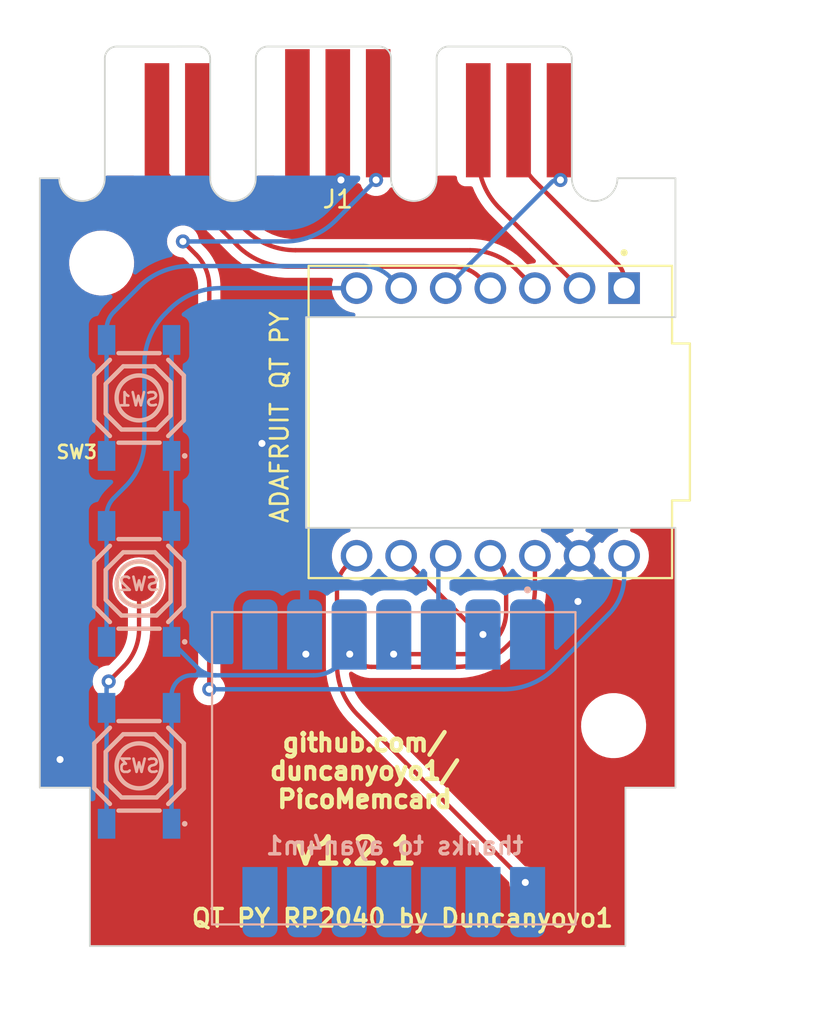
<source format=kicad_pcb>
(kicad_pcb (version 20221018) (generator pcbnew)
  (title_block (title "Adafruit QT Py RP2040 PicoMemcard PCB") (date "2023-08-29") (rev "1.0") (company "Duncanyoyo1") (comment 1 "Changed RP2040-Zero to Adafruit QT Py RP2040") (comment 2 "Changed MicroSD footprint for QT Py BFF MicroSD Backpack"))
  (layers (0 "F.Cu" signal) (31 "B.Cu" signal) (34 "B.Paste" user) (35 "F.Paste" user) (36 "B.SilkS" user "B.Silkscreen") (37 "F.SilkS" user "F.Silkscreen") (38 "B.Mask" user) (39 "F.Mask" user) (44 "Edge.Cuts" user))
  (net 0 "")
  (net 1 "DAT")
  (net 2 "CMD")
  (net 4 "GND")
  (net 5 "SEL")
  (net 6 "CLK")
  (net 7 "ACK")
  (net 8 "GP26")
  (net 9 "GP27")
  (net 10 "GP28")
  (net 11 "MISO")
  (net 12 "+5V")
  (net 13 "CS")
  (net 14 "SCK")
  (net 15 "MOSI")
  (net 16 "+3V3")
  (footprint "MountingHole:MountingHole_3.2mm_M3" (layer "F.Cu") (at 163.53 102.07)
    (fp_text reference "H2" hide)
    (fp_text value "M3")
    (pad "" np_thru_hole circle (at 0 0) (size 3.2 3.2) (drill 3.2) (layers "*.Cu" "*.Mask"))
  )
  (footprint "TestPoint:TestPoint_Pad_D2.0mm" (layer "F.Cu") (at 136.5 94)
    (fp_text reference "TP1" hide)
    (fp_text value "GP23")
    (fp_circle (center 0 0) (end 0 1.2) (stroke (width 0.12)) (fill none) (layer "F.SilkS"))
    (pad "1" smd circle (at 0 0) (size 2 2) (layers "F.Cu" "F.Mask") (net 10 "GP28"))
  )
  (footprint "MountingHole:MountingHole_3.2mm_M3" (layer "F.Cu") (at 134.37 75.73)
    (fp_text reference "H1" hide)
    (fp_text value "M3")
    (pad "" np_thru_hole circle (at 0 0) (size 3.2 3.2) (drill 3.2) (layers "*.Cu" "*.Mask"))
  )
  (footprint "254:MemoryCardConnector" (layer "F.Cu") (at 147.82 67.2)
    (fp_text reference "J1" (at 0 4.9) (layer "F.SilkS"))
    (fp_text value "PSX Memory Card Interface")
    (pad "1" smd rect (at -10.3 0.4) (size 1.4 6.5) (layers "F.Cu" "F.Paste" "F.Mask") (net 1 "DAT"))
    (pad "2" smd rect (at -8 0.4) (size 1.4 6.5) (layers "F.Cu" "F.Paste" "F.Mask") (net 2 "CMD"))
    (pad "3" smd rect (at -2.3 0) (size 1.4 7.3) (layers "F.Cu" "F.Paste" "F.Mask"))
    (pad "4" smd rect (at 0 0) (size 1.4 7.3) (layers "F.Cu" "F.Paste" "F.Mask") (net 4 "GND"))
    (pad "5" smd rect (at 2.3 0) (size 1.4 7.3) (layers "F.Cu" "F.Paste" "F.Mask") (net 12 "+5V"))
    (pad "6" smd rect (at 8 0.4) (size 1.4 6.5) (layers "F.Cu" "F.Paste" "F.Mask") (net 5 "SEL"))
    (pad "7" smd rect (at 10.3 0.4) (size 1.4 6.5) (layers "F.Cu" "F.Paste" "F.Mask") (net 6 "CLK"))
    (pad "8" smd rect (at 12.6 0.4) (size 1.4 6.5) (layers "F.Cu" "F.Paste" "F.Mask") (net 7 "ACK"))
  )
  (footprint "QTPY:MODULE_ADAFRUIT_QT_PY" (layer "F.Cu") (at 156.509 84.7792 -90)
    (fp_text reference "U2" hide)
    (fp_text value "ADAFRUIT QT PY" (at -0.2792 12.009 90) (layer "F.SilkS"))
    (fp_line (start -8.89 -10.3505) (end -8.89 10.3505) (stroke (width 0.127)) (layer "F.SilkS"))
    (fp_line (start -8.89 10.3505) (end 8.89 10.3505) (stroke (width 0.127)) (layer "F.SilkS"))
    (fp_line (start -4.47 -11.3665) (end 4.47 -11.3665) (stroke (width 0.127)) (layer "F.SilkS"))
    (fp_line (start -4.47 -10.3505) (end -8.89 -10.3505) (stroke (width 0.127)) (layer "F.SilkS"))
    (fp_line (start -4.47 -10.3505) (end -4.47 -11.3665) (stroke (width 0.127)) (layer "F.SilkS"))
    (fp_line (start 4.47 -11.3665) (end 4.47 -10.3505) (stroke (width 0.127)) (layer "F.SilkS"))
    (fp_line (start 8.89 -10.3505) (end 4.47 -10.3505) (stroke (width 0.127)) (layer "F.SilkS"))
    (fp_line (start 8.89 10.3505) (end 8.89 -10.3505) (stroke (width 0.127)) (layer "F.SilkS"))
    (fp_circle (center -9.64 -7.62) (end -9.54 -7.62) (stroke (width 0.2)) (fill none) (layer "F.SilkS"))
    (pad "1" thru_hole rect (at -7.62 -7.62 270) (size 1.8 1.8) (drill 1.2) (layers "*.Cu" "*.Mask") (net 6 "CLK"))
    (pad "2" thru_hole circle (at -7.62 -5.08 270) (size 1.8 1.8) (drill 1.2) (layers "*.Cu" "*.Mask") (net 5 "SEL"))
    (pad "3" thru_hole circle (at -7.62 -2.54 270) (size 1.8 1.8) (drill 1.2) (layers "*.Cu" "*.Mask") (net 2 "CMD"))
    (pad "4" thru_hole circle (at -7.62 0 270) (size 1.8 1.8) (drill 1.2) (layers "*.Cu" "*.Mask") (net 1 "DAT"))
    (pad "5" thru_hole circle (at -7.62 2.54 270) (size 1.8 1.8) (drill 1.2) (layers "*.Cu" "*.Mask") (net 7 "ACK"))
    (pad "6" thru_hole circle (at -7.62 5.08 270) (size 1.8 1.8) (drill 1.2) (layers "*.Cu" "*.Mask") (net 8 "GP26"))
    (pad "7" thru_hole circle (at -7.62 7.62 270) (size 1.8 1.8) (drill 1.2) (layers "*.Cu" "*.Mask") (net 9 "GP27"))
    (pad "8" thru_hole circle (at 7.62 7.62 270) (size 1.8 1.8) (drill 1.2) (layers "*.Cu" "*.Mask") (net 13 "CS"))
    (pad "9" thru_hole circle (at 7.62 5.08 270) (size 1.8 1.8) (drill 1.2) (layers "*.Cu" "*.Mask") (net 14 "SCK"))
    (pad "10" thru_hole circle (at 7.62 2.54 270) (size 1.8 1.8) (drill 1.2) (layers "*.Cu" "*.Mask") (net 11 "MISO"))
    (pad "11" thru_hole circle (at 7.62 0 270) (size 1.8 1.8) (drill 1.2) (layers "*.Cu" "*.Mask") (net 15 "MOSI"))
    (pad "12" thru_hole circle (at 7.62 -2.54 270) (size 1.8 1.8) (drill 1.2) (layers "*.Cu" "*.Mask") (net 16 "+3V3"))
    (pad "13" thru_hole circle (at 7.62 -5.08 270) (size 1.8 1.8) (drill 1.2) (layers "*.Cu" "*.Mask") (net 4 "GND"))
    (pad "14" thru_hole circle (at 7.62 -7.62 270) (size 1.8 1.8) (drill 1.2) (layers "*.Cu" "*.Mask") (net 12 "+5V"))
  )
  (footprint "easyeda2kicad:SW-SMD_4P-L5.1-W5.1-P3.70-LS6.5-TL-2" (layer "B.Cu") (at 136.5 104.36 90)
    (fp_text reference "SW3" (at 0 0) (layer "B.SilkS") (effects (font (size 0.75 0.75)) (justify mirror)))
    (fp_text value "TS-1187A-B-A-B" hide)
    (fp_line (start -2.55 1.17) (end -2.55 -1.17) (stroke (width 0.25)) (layer "B.SilkS"))
    (fp_line (start -2.17 -1.66) (end -1.28 -2.55) (stroke (width 0.25)) (layer "B.SilkS"))
    (fp_line (start -1.8 -1) (end -1.8 1) (stroke (width 0.25)) (layer "B.SilkS"))
    (fp_line (start -1.8 1) (end -1 1.8) (stroke (width 0.25)) (layer "B.SilkS"))
    (fp_line (start -1.28 -2.55) (end 1.28 -2.55) (stroke (width 0.25)) (layer "B.SilkS"))
    (fp_line (start -1.28 2.55) (end -2.17 1.66) (stroke (width 0.25)) (layer "B.SilkS"))
    (fp_line (start -1.28 2.55) (end 1.28 2.55) (stroke (width 0.25)) (layer "B.SilkS"))
    (fp_line (start -1 1.8) (end 0.9 1.8) (stroke (width 0.25)) (layer "B.SilkS"))
    (fp_line (start -0.9 -1.9) (end -1.8 -1) (stroke (width 0.25)) (layer "B.SilkS"))
    (fp_line (start 0.8 -1.9) (end -0.9 -1.9) (stroke (width 0.25)) (layer "B.SilkS"))
    (fp_line (start 0.9 1.8) (end 1.8 0.9) (stroke (width 0.25)) (layer "B.SilkS"))
    (fp_line (start 1.28 2.55) (end 2.17 1.66) (stroke (width 0.25)) (layer "B.SilkS"))
    (fp_line (start 1.8 -0.9) (end 0.8 -1.9) (stroke (width 0.25)) (layer "B.SilkS"))
    (fp_line (start 1.8 0.9) (end 1.8 -0.9) (stroke (width 0.25)) (layer "B.SilkS"))
    (fp_line (start 2.17 -1.66) (end 1.28 -2.55) (stroke (width 0.25)) (layer "B.SilkS"))
    (fp_line (start 2.55 1.17) (end 2.55 -1.17) (stroke (width 0.25)) (layer "B.SilkS"))
    (fp_circle (center -3.3 2.6) (end -3.2 2.6) (stroke (width 0.12)) (fill solid) (layer "B.SilkS"))
    (fp_circle (center 0 0) (end 1.28 0) (stroke (width 0.25)) (fill none) (layer "B.SilkS"))
    (pad "1" smd rect (at -3.3 1.85 90) (size 1.7 1) (layers "B.Cu" "B.Paste" "B.Mask") (net 16 "+3V3"))
    (pad "2" smd rect (at 3.3 1.85 90) (size 1.7 1) (layers "B.Cu" "B.Paste" "B.Mask") (net 16 "+3V3"))
    (pad "3" smd rect (at -3.3 -1.85 90) (size 1.7 1) (layers "B.Cu" "B.Paste" "B.Mask") (net 10 "GP28"))
    (pad "4" smd rect (at 3.3 -1.85 90) (size 1.7 1) (layers "B.Cu" "B.Paste" "B.Mask") (net 10 "GP28"))
  )
  (footprint "easyeda2kicad:SW-SMD_4P-L5.1-W5.1-P3.70-LS6.5-TL-2" (layer "B.Cu") (at 136.5 83.41 90)
    (fp_text reference "SW1" (at -0.08 -0.04) (layer "B.SilkS") (effects (font (size 0.75 0.75)) (justify mirror)))
    (fp_text value "TS-1187A-B-A-B" hide)
    (fp_line (start -2.55 1.17) (end -2.55 -1.17) (stroke (width 0.25)) (layer "B.SilkS"))
    (fp_line (start -2.17 -1.66) (end -1.28 -2.55) (stroke (width 0.25)) (layer "B.SilkS"))
    (fp_line (start -1.8 -1) (end -1.8 1) (stroke (width 0.25)) (layer "B.SilkS"))
    (fp_line (start -1.8 1) (end -1 1.8) (stroke (width 0.25)) (layer "B.SilkS"))
    (fp_line (start -1.28 -2.55) (end 1.28 -2.55) (stroke (width 0.25)) (layer "B.SilkS"))
    (fp_line (start -1.28 2.55) (end -2.17 1.66) (stroke (width 0.25)) (layer "B.SilkS"))
    (fp_line (start -1.28 2.55) (end 1.28 2.55) (stroke (width 0.25)) (layer "B.SilkS"))
    (fp_line (start -1 1.8) (end 0.9 1.8) (stroke (width 0.25)) (layer "B.SilkS"))
    (fp_line (start -0.9 -1.9) (end -1.8 -1) (stroke (width 0.25)) (layer "B.SilkS"))
    (fp_line (start 0.8 -1.9) (end -0.9 -1.9) (stroke (width 0.25)) (layer "B.SilkS"))
    (fp_line (start 0.9 1.8) (end 1.8 0.9) (stroke (width 0.25)) (layer "B.SilkS"))
    (fp_line (start 1.28 2.55) (end 2.17 1.66) (stroke (width 0.25)) (layer "B.SilkS"))
    (fp_line (start 1.8 -0.9) (end 0.8 -1.9) (stroke (width 0.25)) (layer "B.SilkS"))
    (fp_line (start 1.8 0.9) (end 1.8 -0.9) (stroke (width 0.25)) (layer "B.SilkS"))
    (fp_line (start 2.17 -1.66) (end 1.28 -2.55) (stroke (width 0.25)) (layer "B.SilkS"))
    (fp_line (start 2.55 1.17) (end 2.55 -1.17) (stroke (width 0.25)) (layer "B.SilkS"))
    (fp_circle (center -3.3 2.6) (end -3.2 2.6) (stroke (width 0.12)) (fill solid) (layer "B.SilkS"))
    (fp_circle (center 0 0) (end 1.28 0) (stroke (width 0.25)) (fill none) (layer "B.SilkS"))
    (pad "1" smd rect (at -3.3 1.85 90) (size 1.7 1) (layers "B.Cu" "B.Paste" "B.Mask") (net 16 "+3V3"))
    (pad "2" smd rect (at 3.3 1.85 90) (size 1.7 1) (layers "B.Cu" "B.Paste" "B.Mask") (net 16 "+3V3"))
    (pad "3" smd rect (at -3.3 -1.85 90) (size 1.7 1) (layers "B.Cu" "B.Paste" "B.Mask") (net 8 "GP26"))
    (pad "4" smd rect (at 3.3 -1.85 90) (size 1.7 1) (layers "B.Cu" "B.Paste" "B.Mask") (net 8 "GP26"))
  )
  (footprint "easyeda2kicad:SW-SMD_4P-L5.1-W5.1-P3.70-LS6.5-TL-2" (layer "B.Cu") (at 136.5 94 90)
    (fp_text reference "SW2" (at 0 0) (layer "B.SilkS") (effects (font (size 0.75 0.75)) (justify mirror)))
    (fp_text value "TS-1187A-B-A-B" hide)
    (fp_line (start -2.55 1.17) (end -2.55 -1.17) (stroke (width 0.25)) (layer "B.SilkS"))
    (fp_line (start -2.17 -1.66) (end -1.28 -2.55) (stroke (width 0.25)) (layer "B.SilkS"))
    (fp_line (start -1.8 -1) (end -1.8 1) (stroke (width 0.25)) (layer "B.SilkS"))
    (fp_line (start -1.8 1) (end -1 1.8) (stroke (width 0.25)) (layer "B.SilkS"))
    (fp_line (start -1.28 -2.55) (end 1.28 -2.55) (stroke (width 0.25)) (layer "B.SilkS"))
    (fp_line (start -1.28 2.55) (end -2.17 1.66) (stroke (width 0.25)) (layer "B.SilkS"))
    (fp_line (start -1.28 2.55) (end 1.28 2.55) (stroke (width 0.25)) (layer "B.SilkS"))
    (fp_line (start -1 1.8) (end 0.9 1.8) (stroke (width 0.25)) (layer "B.SilkS"))
    (fp_line (start -0.9 -1.9) (end -1.8 -1) (stroke (width 0.25)) (layer "B.SilkS"))
    (fp_line (start 0.8 -1.9) (end -0.9 -1.9) (stroke (width 0.25)) (layer "B.SilkS"))
    (fp_line (start 0.9 1.8) (end 1.8 0.9) (stroke (width 0.25)) (layer "B.SilkS"))
    (fp_line (start 1.28 2.55) (end 2.17 1.66) (stroke (width 0.25)) (layer "B.SilkS"))
    (fp_line (start 1.8 -0.9) (end 0.8 -1.9) (stroke (width 0.25)) (layer "B.SilkS"))
    (fp_line (start 1.8 0.9) (end 1.8 -0.9) (stroke (width 0.25)) (layer "B.SilkS"))
    (fp_line (start 2.17 -1.66) (end 1.28 -2.55) (stroke (width 0.25)) (layer "B.SilkS"))
    (fp_line (start 2.55 1.17) (end 2.55 -1.17) (stroke (width 0.25)) (layer "B.SilkS"))
    (fp_circle (center -3.3 2.6) (end -3.2 2.6) (stroke (width 0.12)) (fill solid) (layer "B.SilkS"))
    (fp_circle (center 0 0) (end 1.28 0) (stroke (width 0.25)) (fill none) (layer "B.SilkS"))
    (pad "1" smd rect (at -3.3 1.85 90) (size 1.7 1) (layers "B.Cu" "B.Paste" "B.Mask") (net 16 "+3V3"))
    (pad "2" smd rect (at 3.3 1.85 90) (size 1.7 1) (layers "B.Cu" "B.Paste" "B.Mask") (net 16 "+3V3"))
    (pad "3" smd rect (at -3.3 -1.85 90) (size 1.7 1) (layers "B.Cu" "B.Paste" "B.Mask") (net 9 "GP27"))
    (pad "4" smd rect (at 3.3 -1.85 90) (size 1.7 1) (layers "B.Cu" "B.Paste" "B.Mask") (net 9 "GP27"))
  )
  (footprint "KiCad Folder:MODULE_ADAFRUIT_QT_PY_BFF" (layer "B.Cu") (at 151.008 104.5 -90)
    (fp_text reference "U1" hide)
    (fp_text value "QT PY SD BFF")
    (fp_line (start -8.89 -10.3505) (end 8.89 -10.3505) (stroke (width 0.127)) (layer "B.SilkS"))
    (fp_line (start -8.89 10.3505) (end -8.89 -10.3505) (stroke (width 0.127)) (layer "B.SilkS"))
    (fp_line (start 8.89 -10.3505) (end 8.89 10.3505) (stroke (width 0.127)) (layer "B.SilkS"))
    (fp_line (start 8.89 10.3505) (end -8.89 10.3505) (stroke (width 0.127)) (layer "B.SilkS"))
    (fp_circle (center -10.16 -7.62) (end -10.06 -7.62) (stroke (width 0.2)) (fill none) (layer "B.SilkS"))
    (pad "1" smd roundrect (at -7.62 -7.62 270) (size 4 2) (layers "B.Cu" "B.Paste" "B.Mask") (chamfer_ratio 0) (chamfer top_right bottom_right))
    (pad "2" smd roundrect (at -7.62 -5.08 270) (size 4 2) (layers "B.Cu" "B.Paste" "B.Mask") (chamfer_ratio 0) (chamfer top_right bottom_right) (net 14 "SCK"))
    (pad "3" smd roundrect (at -7.62 -2.54 270) (size 4 2) (layers "B.Cu" "B.Paste" "B.Mask") (chamfer_ratio 0) (chamfer top_right bottom_right) (net 11 "MISO"))
    (pad "4" smd roundrect (at -7.62 0 270) (size 4 2) (layers "B.Cu" "B.Paste" "B.Mask") (chamfer_ratio 0) (chamfer top_right bottom_right) (net 15 "MOSI"))
    (pad "5" smd roundrect (at -7.62 2.54 270) (size 4 2) (layers "B.Cu" "B.Paste" "B.Mask") (chamfer_ratio 0) (chamfer top_right bottom_right) (net 16 "+3V3"))
    (pad "6" smd roundrect (at -7.62 5.08 270) (size 4 2) (layers "B.Cu" "B.Paste" "B.Mask") (chamfer_ratio 0) (chamfer top_right bottom_right) (net 4 "GND"))
    (pad "7" smd roundrect (at -7.62 7.62 270) (size 4 2) (layers "B.Cu" "B.Paste" "B.Mask") (chamfer_ratio 0) (chamfer top_right bottom_right))
    (pad "8" smd roundrect (at 7.62 7.62 270) (size 4 2) (layers "B.Cu" "B.Paste" "B.Mask") (chamfer_ratio 0) (chamfer top_left bottom_left))
    (pad "9" smd roundrect (at 7.62 5.08 270) (size 4 2) (layers "B.Cu" "B.Paste" "B.Mask") (chamfer_ratio 0) (chamfer top_left bottom_left))
    (pad "10" smd roundrect (at 7.62 2.54 270) (size 4 2) (layers "B.Cu" "B.Paste" "B.Mask") (chamfer_ratio 0) (chamfer top_left bottom_left))
    (pad "11" smd roundrect (at 7.62 0 270) (size 4 2) (layers "B.Cu" "B.Paste" "B.Mask") (chamfer_ratio 0) (chamfer top_left bottom_left))
    (pad "12" smd roundrect (at 7.62 -2.54 270) (size 4 2) (layers "B.Cu" "B.Paste" "B.Mask") (chamfer_ratio 0) (chamfer top_left bottom_left))
    (pad "13" smd roundrect (at 7.62 -5.08 270) (size 4 2) (layers "B.Cu" "B.Paste" "B.Mask") (chamfer_ratio 0) (chamfer top_left bottom_left))
    (pad "14" smd roundrect (at 7.62 -7.62 270) (size 4 2) (layers "B.Cu" "B.Paste" "B.Mask") (chamfer_ratio 0) (chamfer top_left bottom_left) (net 13 "CS"))
  )
  (gr_arc (start 139.850725 63.399987) (mid 140.351367 63.599673) (end 140.550318 64.100622) (stroke (width 0.1)) (layer "Edge.Cuts"))
  (gr_line (start 130.85 70.9) (end 131.95 70.9) (stroke (width 0.1)) (layer "Edge.Cuts"))
  (gr_arc (start 150.150725 63.399987) (mid 150.653777 63.597295) (end 150.850318 64.100622) (stroke (width 0.1)) (layer "Edge.Cuts"))
  (gr_arc (start 143.150318 70.900622) (mid 141.850318 72.200622) (end 140.550318 70.900622) (stroke (width 0.1)) (layer "Edge.Cuts"))
  (gr_line (start 167.05 70.899784) (end 167.05 78.81) (stroke (width 0.1)) (layer "Edge.Cuts"))
  (gr_line (start 140.550318 64.100622) (end 140.550318 70.900622) (stroke (width 0.1)) (layer "Edge.Cuts"))
  (gr_arc (start 153.450318 70.900622) (mid 152.150318 72.200622) (end 150.850318 70.900622) (stroke (width 0.1)) (layer "Edge.Cuts"))
  (gr_line (start 150.850318 64.100622) (end 150.850318 70.900622) (stroke (width 0.1)) (layer "Edge.Cuts"))
  (gr_arc (start 163.750318 70.899784) (mid 162.450719 72.200218) (end 161.150318 70.900622) (stroke (width 0.1)) (layer "Edge.Cuts"))
  (gr_line (start 133.7 105.6) (end 133.7 114.62) (stroke (width 0.1)) (layer "Edge.Cuts"))
  (gr_arc (start 134.550318 70.899553) (mid 133.250424 72.200118) (end 131.95 70.9) (stroke (width 0.1)) (layer "Edge.Cuts"))
  (gr_line (start 167.05 90.81) (end 146.01 90.81) (stroke (width 0.1)) (layer "Edge.Cuts"))
  (gr_line (start 134.550318 70.899553) (end 134.550318 64.100216) (stroke (width 0.1)) (layer "Edge.Cuts"))
  (gr_line (start 167.05 78.81) (end 146.01 78.81) (stroke (width 0.1)) (layer "Edge.Cuts"))
  (gr_line (start 163.750318 70.899784) (end 167.05 70.899784) (stroke (width 0.1)) (layer "Edge.Cuts"))
  (gr_line (start 161.150318 64.100622) (end 161.150318 70.900622) (stroke (width 0.1)) (layer "Edge.Cuts"))
  (gr_arc (start 153.449683 64.100216) (mid 153.647012 63.597203) (end 154.150318 63.400622) (stroke (width 0.1)) (layer "Edge.Cuts"))
  (gr_line (start 143.150318 70.900622) (end 143.149683 64.100216) (stroke (width 0.1)) (layer "Edge.Cuts"))
  (gr_line (start 146.01 90.81) (end 146.01 78.81) (stroke (width 0.1)) (layer "Edge.Cuts"))
  (gr_arc (start 143.149683 64.100216) (mid 143.349354 63.599545) (end 143.850318 63.400622) (stroke (width 0.1)) (layer "Edge.Cuts"))
  (gr_arc (start 134.550318 64.100216) (mid 134.749579 63.599595) (end 135.250318 63.400622) (stroke (width 0.1)) (layer "Edge.Cuts"))
  (gr_line (start 167.05 105.6) (end 164.2 105.6) (stroke (width 0.1)) (layer "Edge.Cuts"))
  (gr_line (start 135.250318 63.400622) (end 139.850725 63.399987) (stroke (width 0.1)) (layer "Edge.Cuts"))
  (gr_line (start 154.150318 63.400622) (end 160.450725 63.399987) (stroke (width 0.1)) (layer "Edge.Cuts"))
  (gr_line (start 164.2 114.62) (end 164.2 105.6) (stroke (width 0.1)) (layer "Edge.Cuts"))
  (gr_line (start 167.05 105.6) (end 167.05 90.81) (stroke (width 0.1)) (layer "Edge.Cuts"))
  (gr_line (start 130.85 105.6) (end 130.85 70.9) (stroke (width 0.1)) (layer "Edge.Cuts"))
  (gr_arc (start 160.450725 63.399987) (mid 160.953777 63.597295) (end 161.150318 64.100622) (stroke (width 0.1)) (layer "Edge.Cuts"))
  (gr_line (start 130.85 105.6) (end 133.7 105.6) (stroke (width 0.1)) (layer "Edge.Cuts"))
  (gr_line (start 153.450318 70.900622) (end 153.449683 64.100216) (stroke (width 0.1)) (layer "Edge.Cuts"))
  (gr_line (start 143.850318 63.400622) (end 150.150725 63.399987) (stroke (width 0.1)) (layer "Edge.Cuts"))
  (gr_line (start 164.2 114.62) (end 133.7 114.62) (stroke (width 0.1)) (layer "Edge.Cuts"))
  (gr_text "thanks to ayan4m1" (at 158.5 109.5) (layer "B.SilkS") (effects (font (size 1 1) (thickness 0.2)) (justify left bottom mirror)))
  (gr_text "github.com/\nduncanyoyo1/\nPicoMemcard" (at 149.352 104.648) (layer "F.SilkS") (effects (font (size 1 1) (thickness 0.25))))
  (gr_text "v1.2.1" (at 148.844 109.22) (layer "F.SilkS") (effects (font (size 1.5 1.5) (thickness 0.3))))
  (gr_text "SW3" (at 131.707143 86.931448) (layer "F.SilkS") (effects (font (size 0.75 0.75) (thickness 0.15) bold) (justify left bottom)))
  (gr_text "QT PY RP2040 by Duncanyoyo1" (at 151.5 113.03) (layer "F.SilkS") (effects (font (size 1 1) (thickness 0.2))))
  (segment (start 138.421545 71.051576) (end 142.108678 74.738836) (width 0.25) (layer "F.Cu") (net 1))
  (segment (start 155.8965 76.5467) (end 156.509 77.1592) (width 0.25) (layer "F.Cu") (net 1))
  (segment (start 154.417794 75.9342) (end 144.994469 75.9342) (width 0.25) (layer "F.Cu") (net 1))
  (segment (start 137.52 68.875) (end 137.52 67.6) (width 0.25) (layer "F.Cu") (net 1))
  (arc (start 142.108678 74.738836) (mid 143.432684 75.623534) (end 144.994469 75.9342) (width 0.25) (layer "F.Cu") (net 1))
  (arc (start 155.8965 76.5467) (mid 155.218063 76.093383) (end 154.417794 75.9342) (width 0.25) (layer "F.Cu") (net 1))
  (arc (start 137.52 68.875) (mid 137.754303 70.05295) (end 138.421545 71.051576) (width 0.25) (layer "F.Cu") (net 1))
  (segment (start 145.410472 75) (end 155.363285 75) (width 0.25) (layer "F.Cu") (net 2))
  (segment (start 157.9695 76.0796) (end 159.049 77.1592) (width 0.25) (layer "F.Cu") (net 2))
  (segment (start 139.82 69.409527) (end 139.82 67.6) (width 0.25) (layer "F.Cu") (net 2))
  (segment (start 141.015344 72.295344) (end 142.524655 73.804655) (width 0.25) (layer "F.Cu") (net 2))
  (arc (start 142.524655 73.804655) (mid 143.848679 74.689339) (end 145.410472 75) (width 0.25) (layer "F.Cu") (net 2))
  (arc (start 139.82 69.409527) (mid 140.130659 70.97132) (end 141.015344 72.295344) (width 0.25) (layer "F.Cu") (net 2))
  (arc (start 157.9695 76.0796) (mid 156.773772 75.28058) (end 155.363285 75) (width 0.25) (layer "F.Cu") (net 2))
  (segment (start 148 71) (end 147.91 70.91) (width 0.25) (layer "F.Cu") (net 4))
  (segment (start 147.82 70.69272) (end 147.82 67.2) (width 0.25) (layer "F.Cu") (net 4))
  (via (at 161.5 95) (size 0.8) (drill 0.4) (layers "F.Cu" "B.Cu") (net 4))
  (via (at 132 104) (size 0.8) (drill 0.4) (layers "F.Cu" "B.Cu") (net 4))
  (via (at 148 71) (size 0.8) (drill 0.4) (layers "F.Cu" "B.Cu") (net 4))
  (via (at 146 98) (size 0.8) (drill 0.4) (layers "F.Cu" "B.Cu") (net 4))
  (via (at 143.5 86) (size 0.8) (drill 0.4) (layers "F.Cu" "B.Cu") (net 4))
  (arc (start 147.82 70.69272) (mid 147.84339 70.810311) (end 147.91 70.91) (width 0.25) (layer "F.Cu") (net 4))
  (segment (start 155.82 69.699727) (end 155.82 67.6) (width 0.25) (layer "F.Cu") (net 5))
  (segment (start 157.015344 72.585544) (end 161.589 77.1592) (width 0.25) (layer "F.Cu") (net 5))
  (arc (start 155.82 69.699727) (mid 156.130659 71.26152) (end 157.015344 72.585544) (width 0.25) (layer "F.Cu") (net 5))
  (segment (start 163.775375 75.805375) (end 159.021561 71.051561) (width 0.25) (layer "F.Cu") (net 6))
  (segment (start 164.129 76.6591) (end 164.129 77.1592) (width 0.25) (layer "F.Cu") (net 6))
  (segment (start 158.12 68.875) (end 158.12 67.6) (width 0.25) (layer "F.Cu") (net 6))
  (arc (start 163.775375 75.805375) (mid 164.037095 76.197067) (end 164.129 76.6591) (width 0.25) (layer "F.Cu") (net 6))
  (arc (start 158.12 68.875) (mid 158.354308 70.052946) (end 159.021561 71.051561) (width 0.25) (layer "F.Cu") (net 6))
  (segment (start 160.5 67.736568) (end 160.5 71) (width 0.25) (layer "F.Cu") (net 7))
  (segment (start 160.46 67.64) (end 160.42 67.6) (width 0.25) (layer "F.Cu") (net 7))
  (via (at 160.5 71) (size 0.8) (drill 0.4) (layers "F.Cu" "B.Cu") (net 7))
  (arc (start 160.46 67.64) (mid 160.489604 67.684305) (end 160.5 67.736568) (width 0.25) (layer "F.Cu") (net 7))
  (segment (start 160.314 71) (end 160.5 71) (width 0.25) (layer "B.Cu") (net 7))
  (segment (start 159.99648 71.131523) (end 153.969 77.1592) (width 0.25) (layer "B.Cu") (net 7))
  (arc (start 160.314 71) (mid 160.142158 71.034181) (end 159.99648 71.131523) (width 0.25) (layer "B.Cu") (net 7))
  (segment (start 134.65 80.11) (end 134.65 86.71) (width 0.25) (layer "B.Cu") (net 8))
  (segment (start 134.65 79.52155) (end 134.65 80.11) (width 0.25) (layer "B.Cu") (net 8))
  (segment (start 149.283166 75.9022) (end 139.371475 75.9022) (width 0.25) (layer "B.Cu") (net 8))
  (segment (start 150.8005 76.5307) (end 151.429 77.1592) (width 0.25) (layer "B.Cu") (net 8))
  (segment (start 136.485633 77.097526) (end 135.066103 78.517009) (width 0.25) (layer "B.Cu") (net 8))
  (arc (start 135.066103 78.517009) (mid 134.758141 78.977894) (end 134.65 79.52155) (width 0.25) (layer "B.Cu") (net 8))
  (arc (start 139.371475 75.9022) (mid 137.809674 76.212854) (end 136.485633 77.097526) (width 0.25) (layer "B.Cu") (net 8))
  (arc (start 150.8005 76.5307) (mid 150.104341 76.065541) (end 149.283166 75.9022) (width 0.25) (layer "B.Cu") (net 8))
  (segment (start 134.65 90.11155) (end 134.65 91.28845) (width 0.25) (layer "B.Cu") (net 9))
  (segment (start 141.134466 77.1592) (end 148.889 77.1592) (width 0.25) (layer "B.Cu") (net 9))
  (segment (start 137.999303 78.604005) (end 138.248705 78.354585) (width 0.25) (layer "B.Cu") (net 9))
  (segment (start 135.726999 88.446049) (end 135.066087 89.106993) (width 0.25) (layer "B.Cu") (net 9))
  (segment (start 136.804 85.845856) (end 136.804 81.489878) (width 0.25) (layer "B.Cu") (net 9))
  (segment (start 134.65 91.28845) (end 134.65 97.3) (width 0.25) (layer "B.Cu") (net 9))
  (arc (start 135.066087 89.106993) (mid 134.758137 89.56789) (end 134.65 90.11155) (width 0.25) (layer "B.Cu") (net 9))
  (arc (start 136.804 85.845856) (mid 136.524097 87.253063) (end 135.726999 88.446049) (width 0.25) (layer "B.Cu") (net 9))
  (arc (start 137.999303 78.604005) (mid 137.114647 79.928067) (end 136.804 81.489878) (width 0.25) (layer "B.Cu") (net 9))
  (arc (start 141.134466 77.1592) (mid 139.572691 77.469871) (end 138.248705 78.354585) (width 0.25) (layer "B.Cu") (net 9))
  (segment (start 134.77 99.5542) (end 135.635 98.6892) (width 0.25) (layer "F.Cu") (net 10))
  (segment (start 136.5 96.600905) (end 136.5 94) (width 0.25) (layer "F.Cu") (net 10))
  (via (at 134.77 99.5542) (size 0.8) (drill 0.4) (layers "F.Cu" "B.Cu") (net 10))
  (arc (start 136.5 96.600905) (mid 136.275193 97.731082) (end 135.635 98.6892) (width 0.25) (layer "F.Cu") (net 10))
  (segment (start 134.77 99.678247) (end 134.77 99.5542) (width 0.25) (layer "B.Cu") (net 10))
  (segment (start 134.65 101.06) (end 134.65 99.967952) (width 0.25) (layer "B.Cu") (net 10))
  (segment (start 134.65 101.06) (end 134.65 107.66) (width 0.25) (layer "B.Cu") (net 10))
  (arc (start 134.71 99.8231) (mid 134.665593 99.889558) (end 134.65 99.967952) (width 0.25) (layer "B.Cu") (net 10))
  (arc (start 134.77 99.678247) (mid 134.754406 99.75664) (end 134.71 99.8231) (width 0.25) (layer "B.Cu") (net 10))
  (segment (start 153.548 93.117891) (end 153.548 96.88) (width 0.25) (layer "B.Cu") (net 11))
  (segment (start 153.7585 92.6097) (end 153.969 92.3992) (width 0.25) (layer "B.Cu") (net 11))
  (arc (start 153.7585 92.6097) (mid 153.602707 92.84286) (end 153.548 93.117891) (width 0.25) (layer "B.Cu") (net 11))
  (segment (start 150.12 70.795147) (end 150.12 67.2) (width 0.25) (layer "F.Cu") (net 12))
  (segment (start 139 74.5) (end 139.75 75.25) (width 0.25) (layer "F.Cu") (net 12))
  (segment (start 150.06 70.94) (end 150 71) (width 0.25) (layer "F.Cu") (net 12))
  (segment (start 140.5 100) (end 140.5 77.06066) (width 0.25) (layer "F.Cu") (net 12))
  (via (at 150 71) (size 0.8) (drill 0.4) (layers "F.Cu" "B.Cu") (net 12))
  (via (at 140.5 100) (size 0.8) (drill 0.4) (layers "F.Cu" "B.Cu") (net 12))
  (via (at 139 74.5) (size 0.8) (drill 0.4) (layers "F.Cu" "B.Cu") (net 12))
  (arc (start 139.75 75.25) (mid 140.305081 76.080737) (end 140.5 77.06066) (width 0.25) (layer "F.Cu") (net 12))
  (arc (start 150.12 70.795147) (mid 150.104406 70.87354) (end 150.06 70.94) (width 0.25) (layer "F.Cu") (net 12))
  (segment (start 147.695344 73.304655) (end 150 71) (width 0.25) (layer "B.Cu") (net 12))
  (segment (start 164.129 93.6189) (end 164.129 92.3992) (width 0.25) (layer "B.Cu") (net 12))
  (segment (start 139 74.5) (end 144.809527 74.5) (width 0.25) (layer "B.Cu") (net 12))
  (segment (start 140.5 100) (end 157.277127 100) (width 0.25) (layer "B.Cu") (net 12))
  (segment (start 163.266541 95.701058) (end 160.162944 98.804655) (width 0.25) (layer "B.Cu") (net 12))
  (arc (start 160.162944 98.804655) (mid 158.83892 99.689339) (end 157.277127 100) (width 0.25) (layer "B.Cu") (net 12))
  (arc (start 147.695344 73.304655) (mid 146.37132 74.189339) (end 144.809527 74.5) (width 0.25) (layer "B.Cu") (net 12))
  (arc (start 164.129 93.6189) (mid 163.904854 94.745755) (end 163.266541 95.701058) (width 0.25) (layer "B.Cu") (net 12))
  (segment (start 158.5 111) (end 148.970344 101.470344) (width 0.25) (layer "F.Cu") (net 13))
  (segment (start 148.332 92.9562) (end 148.889 92.3992) (width 0.25) (layer "F.Cu") (net 13))
  (segment (start 147.775 98.584527) (end 147.775 94.300916) (width 0.25) (layer "F.Cu") (net 13))
  (via (at 158.5 111) (size 0.8) (drill 0.4) (layers "F.Cu" "B.Cu") (net 13))
  (arc (start 147.775 98.584527) (mid 148.085659 100.14632) (end 148.970344 101.470344) (width 0.25) (layer "F.Cu") (net 13))
  (arc (start 148.332 92.9562) (mid 147.919759 93.573161) (end 147.775 94.300916) (width 0.25) (layer "F.Cu") (net 13))
  (segment (start 158.628 111.218509) (end 158.628 112.12) (width 0.25) (layer "B.Cu") (net 13))
  (segment (start 158.5 111) (end 158.564 111.064) (width 0.25) (layer "B.Cu") (net 13))
  (arc (start 158.564 111.064) (mid 158.611366 111.134889) (end 158.628 111.218509) (width 0.25) (layer "B.Cu") (net 13))
  (segment (start 155.846796 96.816996) (end 151.429 92.3992) (width 0.25) (layer "F.Cu") (net 14))
  (segment (start 156.088 96.88) (end 155.9989 96.88) (width 0.25) (layer "F.Cu") (net 14))
  (via (at 156.088 96.88) (size 0.8) (drill 0.4) (layers "F.Cu" "B.Cu") (net 14))
  (arc (start 155.846796 96.816996) (mid 155.916582 96.863625) (end 155.9989 96.88) (width 0.25) (layer "F.Cu") (net 14))
  (segment (start 156.959 92.8492) (end 156.509 92.3992) (width 0.25) (layer "F.Cu") (net 15))
  (segment (start 157.409 95.583257) (end 157.409 93.935596) (width 0.25) (layer "F.Cu") (net 15))
  (segment (start 151 98) (end 154.992257 98) (width 0.25) (layer "F.Cu") (net 15))
  (via (at 151 98) (size 0.8) (drill 0.4) (layers "F.Cu" "B.Cu") (net 15))
  (arc (start 157.409 95.583257) (mid 157.225036 96.508104) (end 156.701152 97.292152) (width 0.25) (layer "F.Cu") (net 15))
  (arc (start 156.959 92.8492) (mid 157.292048 93.347642) (end 157.409 93.935596) (width 0.25) (layer "F.Cu") (net 15))
  (arc (start 156.701152 97.292152) (mid 155.917104 97.816036) (end 154.992257 98) (width 0.25) (layer "F.Cu") (net 15))
  (segment (start 151.008 97.986343) (end 151.008 96.88) (width 0.25) (layer "B.Cu") (net 15))
  (segment (start 151 98) (end 151.004 97.996) (width 0.25) (layer "B.Cu") (net 15))
  (arc (start 151.008 97.986343) (mid 151.00696 97.991569) (end 151.004 97.996) (width 0.25) (layer "B.Cu") (net 15))
  (segment (start 159.049 94.260527) (end 159.049 92.3992) (width 0.25) (layer "F.Cu") (net 16))
  (segment (start 154.584527 98.725) (end 149.737652 98.725) (width 0.25) (layer "F.Cu") (net 16))
  (segment (start 148.8625 98.3625) (end 148.5 98) (width 0.25) (layer "F.Cu") (net 16))
  (segment (start 157.470344 97.529655) (end 157.853655 97.146344) (width 0.25) (layer "F.Cu") (net 16))
  (via (at 148.5 98) (size 0.8) (drill 0.4) (layers "F.Cu" "B.Cu") (net 16))
  (arc (start 159.049 94.260527) (mid 158.738339 95.82232) (end 157.853655 97.146344) (width 0.25) (layer "F.Cu") (net 16))
  (arc (start 148.8625 98.3625) (mid 149.264023 98.630789) (end 149.737652 98.725) (width 0.25) (layer "F.Cu") (net 16))
  (arc (start 157.470344 97.529655) (mid 156.14632 98.414339) (end 154.584527 98.725) (width 0.25) (layer "F.Cu") (net 16))
  (segment (start 138.35 100.47155) (end 138.35 100.362553) (width 0.25) (layer "B.Cu") (net 16))
  (segment (start 138.35 97.3) (end 138.35 90.7) (width 0.25) (layer "B.Cu") (net 16))
  (segment (start 138.35 100.47155) (end 138.35 101.64845) (width 0.25) (layer "B.Cu") (net 16))
  (segment (start 140.8685 99.205) (end 139.6415 99.205) (width 0.25) (layer "B.Cu") (net 16))
  (segment (start 138.35 101.64845) (end 138.35 107.66) (width 0.25) (layer "B.Cu") (net 16))
  (segment (start 148.484 97.984) (end 148.5 98) (width 0.25) (layer "B.Cu") (net 16))
  (segment (start 140.8685 99.205) (end 146.442936 99.205) (width 0.25) (layer "B.Cu") (net 16))
  (segment (start 139.821189 98.771189) (end 138.35 97.3) (width 0.25) (layer "B.Cu") (net 16))
  (segment (start 148.468 97.945372) (end 148.468 96.88) (width 0.25) (layer "B.Cu") (net 16))
  (segment (start 139.6415 99.205) (end 139.507453 99.205) (width 0.25) (layer "B.Cu") (net 16))
  (segment (start 147.8975 98.6025) (end 148.5 98) (width 0.25) (layer "B.Cu") (net 16))
  (segment (start 138.35 86.71) (end 138.35 80.11) (width 0.25) (layer "B.Cu") (net 16))
  (segment (start 138.35 86.71) (end 138.35 90.7) (width 0.25) (layer "B.Cu") (net 16))
  (arc (start 139.821189 98.771189) (mid 140.301699 99.092256) (end 140.8685 99.205) (width 0.25) (layer "B.Cu") (net 16))
  (arc (start 139.6415 99.205) (mid 139.876275 99.048127) (end 139.821189 98.771189) (width 0.25) (layer "B.Cu") (net 16))
  (arc (start 138.689 99.54405) (mid 138.438102 99.919589) (end 138.35 100.362553) (width 0.25) (layer "B.Cu") (net 16))
  (arc (start 139.507453 99.205) (mid 139.064502 99.293116) (end 138.689 99.54405) (width 0.25) (layer "B.Cu") (net 16))
  (arc (start 148.468 97.945372) (mid 148.472158 97.966277) (end 148.484 97.984) (width 0.25) (layer "B.Cu") (net 16))
  (arc (start 147.8975 98.6025) (mid 147.23014 99.048415) (end 146.442936 99.205) (width 0.25) (layer "B.Cu") (net 16))
  (zone (net 4) (net_name "GND") (layers "F&B.Cu") (connect_pads (clearance 0.508)) (min_thickness 0.254) (fill yes (thermal_gap 0.508) (thermal_bridge_width 0.508))
    (polygon (pts (xy 175.8 119.09) (xy 128.58 119.09) (xy 128.58 70.75) (xy 175.8 70.75)))
  )
)
</source>
